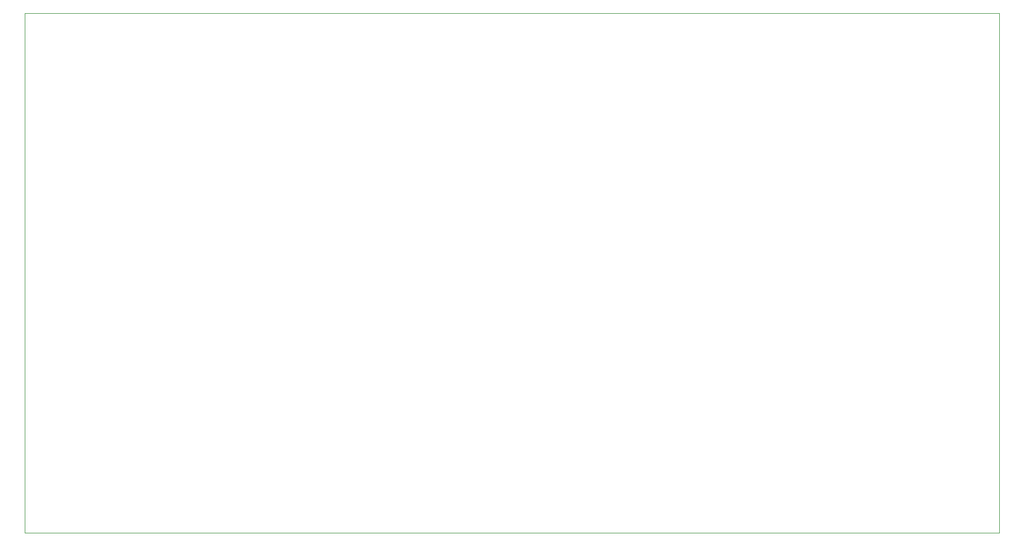
<source format=gbr>
%TF.GenerationSoftware,KiCad,Pcbnew,(5.1.7)-1*%
%TF.CreationDate,2020-11-01T20:21:32+01:00*%
%TF.ProjectId,MidiToCV,4d696469-546f-4435-962e-6b696361645f,rev?*%
%TF.SameCoordinates,Original*%
%TF.FileFunction,Profile,NP*%
%FSLAX46Y46*%
G04 Gerber Fmt 4.6, Leading zero omitted, Abs format (unit mm)*
G04 Created by KiCad (PCBNEW (5.1.7)-1) date 2020-11-01 20:21:32*
%MOMM*%
%LPD*%
G01*
G04 APERTURE LIST*
%TA.AperFunction,Profile*%
%ADD10C,0.050000*%
%TD*%
G04 APERTURE END LIST*
D10*
X37000000Y-12000000D02*
X37000000Y-92000000D01*
X187000000Y-12000000D02*
X37000000Y-12000000D01*
X187000000Y-92000000D02*
X187000000Y-12000000D01*
X37000000Y-92000000D02*
X187000000Y-92000000D01*
M02*

</source>
